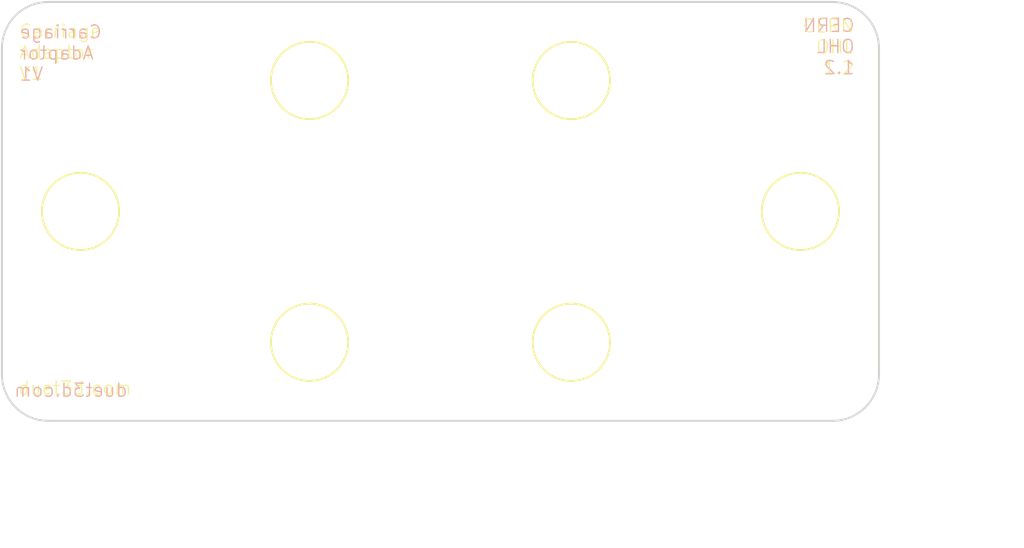
<source format=kicad_pcb>
(kicad_pcb (version 4) (host pcbnew 4.0.2-stable)

  (general
    (links 0)
    (no_connects 0)
    (area 66.424999 83.924999 148.55 127.690001)
    (thickness 1.6)
    (drawings 20)
    (tracks 0)
    (zones 0)
    (modules 6)
    (nets 1)
  )

  (page A4)
  (layers
    (0 F.Cu signal)
    (31 B.Cu signal)
    (32 B.Adhes user)
    (33 F.Adhes user)
    (34 B.Paste user)
    (35 F.Paste user)
    (36 B.SilkS user)
    (37 F.SilkS user)
    (38 B.Mask user)
    (39 F.Mask user)
    (40 Dwgs.User user)
    (41 Cmts.User user)
    (42 Eco1.User user)
    (43 Eco2.User user)
    (44 Edge.Cuts user)
    (45 Margin user)
    (46 B.CrtYd user)
    (47 F.CrtYd user)
    (48 B.Fab user)
    (49 F.Fab user)
  )

  (setup
    (last_trace_width 0.25)
    (trace_clearance 0.2)
    (zone_clearance 0.508)
    (zone_45_only no)
    (trace_min 0.2)
    (segment_width 0.2)
    (edge_width 0.15)
    (via_size 0.6)
    (via_drill 0.4)
    (via_min_size 0.4)
    (via_min_drill 0.3)
    (uvia_size 0.3)
    (uvia_drill 0.1)
    (uvias_allowed no)
    (uvia_min_size 0.2)
    (uvia_min_drill 0.1)
    (pcb_text_width 0.3)
    (pcb_text_size 1.5 1.5)
    (mod_edge_width 0.15)
    (mod_text_size 1 1)
    (mod_text_width 0.15)
    (pad_size 2.9 2.9)
    (pad_drill 2.9)
    (pad_to_mask_clearance 0.2)
    (aux_axis_origin 0 0)
    (visible_elements 7FFFFFFF)
    (pcbplotparams
      (layerselection 0x01030_00000000)
      (usegerberextensions false)
      (excludeedgelayer true)
      (linewidth 0.100000)
      (plotframeref false)
      (viasonmask false)
      (mode 1)
      (useauxorigin false)
      (hpglpennumber 1)
      (hpglpenspeed 20)
      (hpglpendiameter 15)
      (hpglpenoverlay 2)
      (psnegative false)
      (psa4output false)
      (plotreference true)
      (plotvalue true)
      (plotinvisibletext false)
      (padsonsilk false)
      (subtractmaskfromsilk false)
      (outputformat 1)
      (mirror false)
      (drillshape 0)
      (scaleselection 1)
      (outputdirectory CA_CAM))
  )

  (net 0 "")

  (net_class Default "This is the default net class."
    (clearance 0.2)
    (trace_width 0.25)
    (via_dia 0.6)
    (via_drill 0.4)
    (uvia_dia 0.3)
    (uvia_drill 0.1)
  )

  (module complib:MountingHole_3.0mm locked (layer F.Cu) (tedit 5886E8B7) (tstamp 588374E1)
    (at 110 110)
    (descr "Mounting Hole 2.7mm, no annular")
    (tags "mounting hole 2.7mm no annular")
    (fp_text reference M6 (at 0 -3.7) (layer F.SilkS) hide
      (effects (font (size 1 1) (thickness 0.15)))
    )
    (fp_text value M_3.0mm (at 0 3.7) (layer F.SilkS) hide
      (effects (font (size 1 1) (thickness 0.15)))
    )
    (fp_circle (center 0 0) (end 2.95 0) (layer F.SilkS) (width 0.15))
    (pad "" np_thru_hole circle (at 0 0) (size 3 3) (drill 3) (layers *.Cu *.Mask))
  )

  (module complib:MountingHole_3.0mm locked (layer F.Cu) (tedit 5886E8A9) (tstamp 588374D6)
    (at 90 110)
    (descr "Mounting Hole 2.7mm, no annular")
    (tags "mounting hole 2.7mm no annular")
    (fp_text reference M5 (at 0 -3.7) (layer F.SilkS) hide
      (effects (font (size 1 1) (thickness 0.15)))
    )
    (fp_text value M_3.0mm (at 0 3.7) (layer F.SilkS) hide
      (effects (font (size 1 1) (thickness 0.15)))
    )
    (fp_circle (center 0 0) (end 2.95 0) (layer F.SilkS) (width 0.15))
    (pad "" np_thru_hole circle (at 0 0) (size 3 3) (drill 3) (layers *.Cu *.Mask))
  )

  (module complib:MountingHole_3.0mm locked (layer F.Cu) (tedit 5886E899) (tstamp 588374CB)
    (at 110 90)
    (descr "Mounting Hole 2.7mm, no annular")
    (tags "mounting hole 2.7mm no annular")
    (fp_text reference M4 (at 0 -3.7) (layer F.SilkS) hide
      (effects (font (size 1 1) (thickness 0.15)))
    )
    (fp_text value M_3.0mm (at 0 3.7) (layer F.SilkS) hide
      (effects (font (size 1 1) (thickness 0.15)))
    )
    (fp_circle (center 0 0) (end 2.95 0) (layer F.SilkS) (width 0.15))
    (pad "" np_thru_hole circle (at 0 0) (size 3 3) (drill 3) (layers *.Cu *.Mask))
  )

  (module MountingHole_3.0mm locked (layer F.Cu) (tedit 5886E87E) (tstamp 58836F2C)
    (at 90 90)
    (descr "Mounting Hole 2.7mm, no annular")
    (tags "mounting hole 2.7mm no annular")
    (fp_text reference M3 (at 0 -3.7) (layer F.SilkS) hide
      (effects (font (size 1 1) (thickness 0.15)))
    )
    (fp_text value M_3.0mm (at 0 3.7) (layer F.SilkS) hide
      (effects (font (size 1 1) (thickness 0.15)))
    )
    (fp_circle (center 0 0) (end 2.95 0) (layer F.SilkS) (width 0.15))
    (pad "" np_thru_hole circle (at 0 0) (size 3 3) (drill 3) (layers *.Cu *.Mask))
  )

  (module complib:MountingHole_2.9mm locked (layer F.Cu) (tedit 5886E7C1) (tstamp 58836EFF)
    (at 127.5 100)
    (descr "Mounting Hole 2.7mm, no annular")
    (tags "mounting hole 2.7mm no annular")
    (fp_text reference M2 (at 0 -3.7) (layer F.SilkS) hide
      (effects (font (size 1 1) (thickness 0.15)))
    )
    (fp_text value M_2.9mm (at 0 3.7) (layer F.SilkS) hide
      (effects (font (size 1 1) (thickness 0.15)))
    )
    (fp_circle (center 0 0) (end 0 5.7) (layer Cmts.User) (width 0.15))
    (fp_circle (center 0 0) (end 2.95 0) (layer F.SilkS) (width 0.15))
    (pad "" np_thru_hole circle (at 0 0) (size 2.9 2.9) (drill 2.9) (layers *.Cu *.Mask))
  )

  (module complib:MountingHole_2.9mm locked (layer F.Cu) (tedit 5886E7B4) (tstamp 58836F13)
    (at 72.5 100)
    (descr "Mounting Hole 2.7mm, no annular")
    (tags "mounting hole 2.7mm no annular")
    (fp_text reference M1 (at 0 -3.7) (layer F.SilkS) hide
      (effects (font (size 1 1) (thickness 0.15)))
    )
    (fp_text value M_2.9mm (at 0 3.7) (layer F.SilkS) hide
      (effects (font (size 1 1) (thickness 0.15)))
    )
    (fp_circle (center 0 0) (end 0 5.7) (layer Cmts.User) (width 0.15))
    (fp_circle (center 0 0) (end 2.95 0) (layer F.SilkS) (width 0.15))
    (pad "" np_thru_hole circle (at 0 0) (size 2.9 2.9) (drill 2.9) (layers *.Cu *.Mask))
  )

  (gr_text "CERN\nOHL\n1.2" (at 131.71 87.4) (layer B.SilkS)
    (effects (font (size 1 1) (thickness 0.1)) (justify left mirror))
  )
  (gr_text duet3d.com (at 76.16 113.66) (layer B.SilkS)
    (effects (font (size 1 1) (thickness 0.1)) (justify left mirror))
  )
  (gr_text "Carriage\nAdaptor\nV1" (at 67.78 87.9) (layer B.SilkS)
    (effects (font (size 1 1) (thickness 0.1)) (justify right mirror))
  )
  (gr_text "CERN\nOHL\n1.2" (at 131.67 87.44) (layer F.SilkS)
    (effects (font (size 1 1) (thickness 0.1)) (justify right))
  )
  (gr_text duet3d.com (at 67.67 113.5) (layer F.SilkS)
    (effects (font (size 1 1) (thickness 0.1)) (justify left))
  )
  (gr_text "Carriage\nAdaptor\nV1" (at 67.75 87.84) (layer F.SilkS)
    (effects (font (size 1 1) (thickness 0.1)) (justify left))
  )
  (dimension 67 (width 0.3) (layer Cmts.User)
    (gr_text "67.000 mm" (at 100 126.34) (layer Cmts.User)
      (effects (font (size 1.5 1.5) (thickness 0.3)))
    )
    (feature1 (pts (xy 133.5 112) (xy 133.5 127.69)))
    (feature2 (pts (xy 66.5 112) (xy 66.5 127.69)))
    (crossbar (pts (xy 66.5 124.99) (xy 133.5 124.99)))
    (arrow1a (pts (xy 133.5 124.99) (xy 132.373496 125.576421)))
    (arrow1b (pts (xy 133.5 124.99) (xy 132.373496 124.403579)))
    (arrow2a (pts (xy 66.5 124.99) (xy 67.626504 125.576421)))
    (arrow2b (pts (xy 66.5 124.99) (xy 67.626504 124.403579)))
  )
  (dimension 32 (width 0.3) (layer Cmts.User)
    (gr_text "32.000 mm" (at 141.9 100 270) (layer Cmts.User)
      (effects (font (size 1.5 1.5) (thickness 0.3)))
    )
    (feature1 (pts (xy 100.12 116) (xy 143.25 116)))
    (feature2 (pts (xy 100.12 84) (xy 143.25 84)))
    (crossbar (pts (xy 140.55 84) (xy 140.55 116)))
    (arrow1a (pts (xy 140.55 116) (xy 139.963579 114.873496)))
    (arrow1b (pts (xy 140.55 116) (xy 141.136421 114.873496)))
    (arrow2a (pts (xy 140.55 84) (xy 139.963579 85.126504)))
    (arrow2b (pts (xy 140.55 84) (xy 141.136421 85.126504)))
  )
  (gr_arc (start 129.96 112.46) (end 133.5 112.46) (angle 90) (layer Edge.Cuts) (width 0.15))
  (gr_arc (start 129.96 87.54) (end 129.96 84) (angle 90) (layer Edge.Cuts) (width 0.15))
  (gr_arc (start 70.04 112.46) (end 70.04 116) (angle 90) (layer Edge.Cuts) (width 0.15))
  (gr_arc (start 70.04 87.54) (end 66.5 87.54) (angle 90) (layer Edge.Cuts) (width 0.15))
  (gr_line (start 133.5 87.54) (end 133.5 112.46) (angle 90) (layer Edge.Cuts) (width 0.15))
  (gr_line (start 66.5 87.54) (end 66.5 112.46) (angle 90) (layer Edge.Cuts) (width 0.15))
  (gr_line (start 70.04 116) (end 129.96 116) (angle 90) (layer Edge.Cuts) (width 0.15))
  (gr_line (start 70.04 84) (end 129.96 84) (angle 90) (layer Edge.Cuts) (width 0.15))
  (gr_text 110,100 (at 106.24 105.61) (layer Cmts.User)
    (effects (font (size 1.5 1.5) (thickness 0.3)))
  )
  (gr_text 90,90 (at 92.19 94.41) (layer Cmts.User)
    (effects (font (size 1.5 1.5) (thickness 0.3)))
  )
  (gr_text 127.5,100 (at 125.97 92.72) (layer Cmts.User)
    (effects (font (size 1.5 1.5) (thickness 0.3)))
  )
  (gr_text 72.5,100 (at 72.1 92.54) (layer Cmts.User)
    (effects (font (size 1.5 1.5) (thickness 0.3)))
  )

)

</source>
